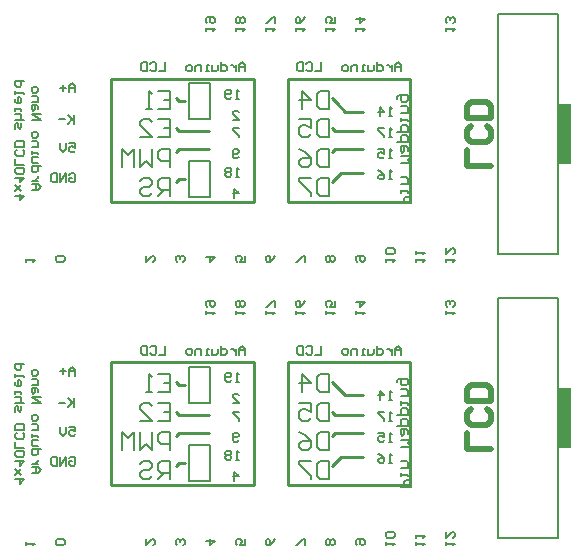
<source format=gbo>
%FSDAX24Y24*%
%MOMM*%
%SFA1B1*%

%IPPOS*%
%ADD15C,0.253999*%
%ADD22C,0.200000*%
%ADD24C,0.203000*%
%ADD35C,0.127000*%
%ADD36C,0.507999*%
%ADD37R,1.142998X5.079990*%
%LN_4x40lcd_arduino_nano_piggyboard_(rev1.4)_-_2xpanel-1*%
%LPD*%
G54D15*
X345440Y415290D02*
X466090D01*
X345440Y311150D02*
Y415290D01*
X466090Y311150D02*
Y415290D01*
X345440Y311150D02*
X466090D01*
X495300D02*
X598170D01*
Y415290*
X495300Y311150D02*
Y415290D01*
X598170*
X537210Y393700D02*
X543560Y387350D01*
X558800*
X532130Y398780D02*
X537210Y393700D01*
X539750Y335280D02*
X558800D01*
X532130Y327660D02*
X539750Y335280D01*
X534670Y355600D02*
X558800D01*
X532130Y353060D02*
X534670Y355600D01*
Y370840D02*
X558800D01*
X532130Y373380D02*
X534670Y370840D01*
X400050Y373380D02*
X402590Y370840D01*
X427990*
X400050Y353060D02*
X402590Y355600D01*
X427990*
X400050Y327660D02*
X402590Y330200D01*
X407670*
X402590Y396240D02*
X407670D01*
X400050Y398780D02*
X402590Y396240D01*
X345440Y655289D02*
X466090D01*
X345440Y551149D02*
Y655289D01*
X466090Y551149D02*
Y655289D01*
X345440Y551149D02*
X466090D01*
X495300D02*
X598170D01*
Y655289*
X495300Y551149D02*
Y655289D01*
X598170*
X537210Y633699D02*
X543560Y627349D01*
X558800*
X532130Y638779D02*
X537210Y633699D01*
X539750Y575279D02*
X558800D01*
X532130Y567659D02*
X539750Y575279D01*
X534670Y595599D02*
X558800D01*
X532130Y593059D02*
X534670Y595599D01*
Y610839D02*
X558800D01*
X532130Y613379D02*
X534670Y610839D01*
X400050Y613379D02*
X402590Y610839D01*
X427990*
X400050Y593059D02*
X402590Y595599D01*
X427990*
X400050Y567659D02*
X402590Y570199D01*
X407670*
X402590Y636239D02*
X407670D01*
X400050Y638779D02*
X402590Y636239D01*
G54D22*
X673100Y266700D02*
Y469900D01*
X723900Y266700D02*
Y469900D01*
X673100D02*
X723900D01*
X673100Y266700D02*
X723900D01*
X673100Y506699D02*
Y709899D01*
X723900Y506699D02*
Y709899D01*
X673100D02*
X723900D01*
X673100Y506699D02*
X723900D01*
G54D24*
X590550Y421640D02*
Y426720D01*
X588010Y429260*
X585470Y426720*
Y421640*
Y425450*
X590550*
X582930Y426720D02*
Y421640D01*
Y424180*
X581660Y425450*
X580390Y426720*
X579120*
X570239Y429260D02*
Y421640D01*
X574049*
X575310Y422910*
Y425450*
X574049Y426720*
X570239*
X567699D02*
Y422910D01*
X566429Y421640*
X562619*
Y426720*
X560079Y421640D02*
X557539D01*
X558809*
Y426720*
X560079*
X553729Y421640D02*
Y426720D01*
X549919*
X548649Y425450*
Y421640*
X544839D02*
X542309D01*
X541039Y422910*
Y425450*
X542309Y426720*
X544839*
X546109Y425450*
Y422910*
X544839Y421640*
X523259Y429260D02*
Y421640D01*
X518179*
X510569Y427990D02*
X511839Y429260D01*
X514369*
X515639Y427990*
Y422910*
X514369Y421640*
X511839*
X510569Y422910*
X508029Y429260D02*
Y421640D01*
X504219*
X502949Y422910*
Y427990*
X504219Y429260*
X508029*
X458470Y421640D02*
Y426720D01*
X455930Y429260*
X453390Y426720*
Y421640*
Y425450*
X458470*
X450850Y426720D02*
Y421640D01*
Y424180*
X449580Y425450*
X448310Y426720*
X447040*
X438159Y429260D02*
Y421640D01*
X441969*
X443230Y422910*
Y425450*
X441969Y426720*
X438159*
X435619D02*
Y422910D01*
X434349Y421640*
X430539*
Y426720*
X427999Y421640D02*
X425459D01*
X426729*
Y426720*
X427999*
X421649Y421640D02*
Y426720D01*
X417839*
X416569Y425450*
Y421640*
X412759D02*
X410229D01*
X408959Y422910*
Y425450*
X410229Y426720*
X412759*
X414029Y425450*
Y422910*
X412759Y421640*
X391179Y429260D02*
Y421640D01*
X386099*
X378489Y427990D02*
X379759Y429260D01*
X382289*
X383559Y427990*
Y422910*
X382289Y421640*
X379759*
X378489Y422910*
X375949Y429260D02*
Y421640D01*
X372139*
X370869Y422910*
Y427990*
X372139Y429260*
X375949*
X309880Y334010D02*
X311150Y335280D01*
X313690*
X314960Y334010*
Y328930*
X313690Y327660*
X311150*
X309880Y328930*
Y331470*
X312420*
X307340Y327660D02*
Y335280D01*
X302260Y327660*
Y335280*
X299720D02*
Y327660D01*
X295919*
X294649Y328930*
Y334010*
X295919Y335280*
X299720*
X309880Y360680D02*
X314960D01*
Y356870*
X312420Y358140*
X311150*
X309880Y356870*
Y354330*
X311150Y353060*
X313690*
X314960Y354330*
X307340Y360680D02*
Y355600D01*
X304800Y353060*
X302260Y355600*
Y360680*
X313690Y384810D02*
Y377190D01*
Y379730*
X308610Y384810*
X312420Y381000*
X308610Y377190*
X306070Y381000D02*
X300990D01*
X314960Y403860D02*
Y408940D01*
X312420Y411480*
X309880Y408940*
Y403860*
Y407670*
X314960*
X307340D02*
X302260D01*
X304800Y410210D02*
Y405130D01*
X273050Y260350D02*
Y262890D01*
Y261620*
X280670*
X279400Y260350*
X304800D02*
X306070Y261620D01*
Y264160*
X304800Y265430*
X299720*
X298450Y264160*
Y261620*
X299720Y260350*
X304800*
X374650Y265430D02*
Y260350D01*
X379730Y265430*
X381000*
X382270Y264160*
Y261620*
X381000Y260350*
X406400D02*
X407670Y261620D01*
Y264160*
X406400Y265430*
X405130*
X403860Y264160*
Y262890*
Y264160*
X402590Y265430*
X401320*
X400050Y264160*
Y261620*
X401320Y260350*
X425450Y264160D02*
X433070D01*
X429260Y260350*
Y265430*
X458470D02*
Y260350D01*
X454660*
X455930Y262890*
Y264160*
X454660Y265430*
X452120*
X450850Y264160*
Y261620*
X452120Y260350*
X483870Y265430D02*
X482600Y262890D01*
X480060Y260350*
X477520*
X476250Y261620*
Y264160*
X477520Y265430*
X478790*
X480060Y264160*
Y260350*
X509270D02*
Y265430D01*
X508000*
X502920Y260350*
X501650*
X533400D02*
X534670Y261620D01*
Y264160*
X533400Y265430*
X532130*
X530860Y264160*
X529590Y265430*
X528320*
X527050Y264160*
Y261620*
X528320Y260350*
X529590*
X530860Y261620*
X532130Y260350*
X533400*
X530860Y261620D02*
Y264160D01*
X553720Y260350D02*
X552450Y261620D01*
Y264160*
X553720Y265430*
X558800*
X560070Y264160*
Y261620*
X558800Y260350*
X557530*
X556260Y261620*
Y265430*
X577850Y260350D02*
Y262890D01*
Y261620*
X585470*
X584200Y260350*
Y266700D02*
X585470Y267970D01*
Y270510*
X584200Y271780*
X579120*
X577850Y270510*
Y267970*
X579120Y266700*
X584200*
X603250Y260350D02*
Y262890D01*
Y261620*
X610870*
X609600Y260350*
X603250Y266700D02*
Y269240D01*
Y267970*
X610870*
X609600Y266700*
X628650Y260350D02*
Y262890D01*
Y261620*
X636270*
X635000Y260350*
X628650Y271780D02*
Y266700D01*
X633730Y271780*
X635000*
X636270Y270510*
Y267970*
X635000Y266700*
X628650Y455930D02*
Y458470D01*
Y457200*
X636270*
X635000Y455930*
Y462280D02*
X636270Y463550D01*
Y466090*
X635000Y467360*
X633730*
X632460Y466090*
Y464820*
Y466090*
X631190Y467360*
X629920*
X628650Y466090*
Y463550*
X629920Y462280*
X552450Y455930D02*
Y458470D01*
Y457200*
X560070*
X558800Y455930*
X552450Y466090D02*
X560070D01*
X556260Y462280*
Y467360*
X527050Y455930D02*
Y458470D01*
Y457200*
X534670*
X533400Y455930*
X534670Y467360D02*
Y462280D01*
X530860*
X532130Y464820*
Y466090*
X530860Y467360*
X528320*
X527050Y466090*
Y463550*
X528320Y462280*
X501650Y455930D02*
Y458470D01*
Y457200*
X509270*
X508000Y455930*
X509270Y467360D02*
X508000Y464820D01*
X505460Y462280*
X502920*
X501650Y463550*
Y466090*
X502920Y467360*
X504190*
X505460Y466090*
Y462280*
X476250Y455930D02*
Y458470D01*
Y457200*
X483870*
X482600Y455930*
X483870Y462280D02*
Y467360D01*
X482600*
X477520Y462280*
X476250*
X450850Y455930D02*
Y458470D01*
Y457200*
X458470*
X457200Y455930*
Y462280D02*
X458470Y463550D01*
Y466090*
X457200Y467360*
X455930*
X454660Y466090*
X453390Y467360*
X452120*
X450850Y466090*
Y463550*
X452120Y462280*
X453390*
X454660Y463550*
X455930Y462280*
X457200*
X454660Y463550D02*
Y466090D01*
X425450Y455930D02*
Y458470D01*
Y457200*
X433070*
X431800Y455930*
X426720Y462280D02*
X425450Y463550D01*
Y466090*
X426720Y467360*
X431800*
X433070Y466090*
Y463550*
X431800Y462280*
X430530*
X429260Y463550*
Y467360*
X582930Y330200D02*
X580390D01*
X581660*
Y337820*
X582930Y336550*
X571500Y337820D02*
X574040Y336550D01*
X576580Y334010*
Y331470*
X575310Y330200*
X572770*
X571500Y331470*
Y332740*
X572770Y334010*
X576580*
X582930Y383540D02*
X580390D01*
X581660*
Y391160*
X582930Y389890*
X572770Y383540D02*
Y391160D01*
X576580Y387350*
X571500*
X529590Y405130D02*
Y389890D01*
X521970*
X519430Y392430*
Y402590*
X521970Y405130*
X529590*
X506739Y389890D02*
Y405130D01*
X514350Y397510*
X504199*
X582930Y365760D02*
X580390D01*
X581660*
Y373380*
X582930Y372110*
X576580Y373380D02*
X571500D01*
Y372110*
X576580Y367030*
Y365760*
X582930Y347980D02*
X580390D01*
X581660*
Y355600*
X582930Y354330*
X571500Y355600D02*
X576580D01*
Y351790*
X574040Y353060*
X572770*
X571500Y351790*
Y349250*
X572770Y347980*
X575310*
X576580Y349250*
X453390D02*
X452120Y347980D01*
X449580*
X448310Y349250*
Y354330*
X449580Y355600*
X452120*
X453390Y354330*
Y353060*
X452120Y351790*
X448310*
X453390Y373380D02*
X448310D01*
Y372110*
X453390Y367030*
Y365760*
Y332729D02*
X450850D01*
X452120*
Y340339*
X453390Y339079*
X447040D02*
X445770Y340339D01*
X443230*
X441960Y339079*
Y337809*
X443230Y336539*
X441960Y335269*
Y333999*
X443230Y332729*
X445770*
X447040Y333999*
Y335269*
X445770Y336539*
X447040Y337809*
Y339079*
X445770Y336539D02*
X443230D01*
X278130Y321310D02*
X283210D01*
X285750Y323850*
X283210Y326390*
X278130*
X281940*
Y321310*
X283210Y328930D02*
X278130D01*
X280670*
X281940Y330200*
X283210Y331470*
Y332740*
X285750Y341619D02*
X278130D01*
Y337809*
X279400Y336550*
X281940*
X283210Y337809*
Y341619*
Y344159D02*
X279400D01*
X278130Y345429*
Y349239*
X283210*
X278130Y351779D02*
Y354319D01*
Y353049*
X283210*
Y351779*
X278130Y358129D02*
X283210D01*
Y361939*
X281940Y363209*
X278130*
Y367019D02*
Y369549D01*
X279400Y370819*
X281940*
X283210Y369549*
Y367019*
X281940Y365749*
X279400*
X278130Y367019*
Y380979D02*
X285750D01*
X278130Y386059*
X285750*
X283210Y389869D02*
Y392409D01*
X281940Y393679*
X278130*
Y389869*
X279400Y388599*
X280670Y389869*
Y393679*
X278130Y396219D02*
X283210D01*
Y400019*
X281940Y401289*
X278130*
Y405099D02*
Y407639D01*
X279400Y408909*
X281940*
X283210Y407639*
Y405099*
X281940Y403829*
X279400*
X278130Y405099*
X590550Y309880D02*
X599440D01*
Y314319*
X597959Y315799*
X594989*
X593509Y314319*
Y309880*
X590550Y318770D02*
Y321729D01*
Y320249*
X596469*
Y318770*
X590550Y326169D02*
X596469D01*
Y330619*
X594989Y332099*
X590550*
Y343949D02*
X599440D01*
X596469Y346909*
X599440Y349869*
X590550*
X596469Y354319D02*
Y357279D01*
X594989Y358759*
X590550*
Y354319*
X592029Y352829*
X593509Y354319*
Y358759*
X587589Y361719D02*
X596469D01*
Y366169*
X594989Y367649*
X592029*
X590550Y366169*
Y361719*
X587589Y370609D02*
X596469D01*
Y375049*
X594989Y376529*
X592029*
X590550Y375049*
Y370609*
Y379499D02*
Y382459D01*
Y380979*
X596469*
Y379499*
X590550Y386899D02*
X596469D01*
Y391349*
X594989Y392829*
X590550*
X587589Y398749D02*
Y400229D01*
X589069Y401709*
X596469*
Y397269*
X594989Y395789*
X592029*
X590550Y397269*
Y401709*
X453390Y398769D02*
X450850D01*
X452120*
Y406379*
X453390Y405119*
X447040Y400039D02*
X445770Y398769D01*
X443230*
X441960Y400039*
Y405119*
X443230Y406379*
X445770*
X447040Y405119*
Y403849*
X445770Y402579*
X441960*
X264209Y316230D02*
X271829D01*
X268019Y312420*
Y317500*
X269289Y320040D02*
X264209Y325120D01*
X266749Y322580*
X269289Y325120*
X264209Y320040*
Y331459D02*
X271829D01*
X268019Y327660*
Y332729*
X270559Y335269D02*
X271829Y336539D01*
Y339079*
X270559Y340349*
X265479*
X264209Y339079*
Y336539*
X265479Y335269*
X270559*
X271829Y342889D02*
X264209D01*
Y347969*
X270559Y355589D02*
X271829Y354319D01*
Y351779*
X270559Y350509*
X265479*
X264209Y351779*
Y354319*
X265479Y355589*
X271829Y358129D02*
X264209D01*
Y361929*
X265479Y363199*
X270559*
X271829Y361929*
Y358129*
X264209Y373359D02*
Y377169D01*
X265479Y378439*
X266749Y377169*
Y374629*
X268019Y373359*
X269289Y374629*
Y378439*
X271829Y380979D02*
X264209D01*
X268019*
X269289Y382249*
Y384789*
X268019Y386059*
X264209*
Y388599D02*
Y391129D01*
Y389859*
X269289*
Y388599*
X264209Y398749D02*
Y396209D01*
X265479Y394939*
X268019*
X269289Y396209*
Y398749*
X268019Y400019*
X266749*
Y394939*
X264209Y402559D02*
Y405099D01*
Y403829*
X271829*
Y402559*
Y413989D02*
X264209D01*
Y410179*
X265479Y408909*
X268019*
X269289Y410179*
Y413989*
X529590Y381000D02*
Y365760D01*
X521970*
X519430Y368300*
Y378460*
X521970Y381000*
X529590*
X504199D02*
X514350D01*
Y373380*
X509279Y375920*
X506739*
X504199Y373380*
Y368300*
X506739Y365760*
X511819*
X514350Y368300*
X529590Y356019D02*
Y340779D01*
X521970*
X519430Y343319*
Y353479*
X521970Y356019*
X529590*
X504199D02*
X509279Y353479D01*
X514350Y348399*
Y343319*
X511819Y340779*
X506739*
X504199Y343319*
Y345859*
X506739Y348399*
X514350*
X529590Y331470D02*
Y316230D01*
X521970*
X519430Y318770*
Y328930*
X521970Y331470*
X529590*
X514350D02*
X504199D01*
Y328930*
X514350Y318770*
Y316230*
X394970D02*
Y331470D01*
X387350*
X384810Y328930*
Y323850*
X387350Y321310*
X394970*
X389890D02*
X384810Y316230D01*
X369579Y328930D02*
X372119Y331470D01*
X377199*
X379730Y328930*
Y326390*
X377199Y323850*
X372119*
X369579Y321310*
Y318770*
X372119Y316230*
X377199*
X379730Y318770*
X394970Y340779D02*
Y356019D01*
X387350*
X384810Y353479*
Y348399*
X387350Y345859*
X394970*
X379730Y356019D02*
Y340779D01*
X374659Y345859*
X369579Y340779*
Y356019*
X364499Y340779D02*
Y356019D01*
X359419Y350939*
X354339Y356019*
Y340779*
X384810Y381000D02*
X394970D01*
Y365760*
X384810*
X394970Y373380D02*
X389890D01*
X369579Y365760D02*
X379730D01*
X369579Y375920*
Y378460*
X372119Y381000*
X377199*
X379730Y378460*
X384810Y405130D02*
X394970D01*
Y389890*
X384810*
X394970Y397510D02*
X389890D01*
X379730Y389890D02*
X374659D01*
X377199*
Y405130*
X379730Y402590*
X448310Y380989D02*
X453390D01*
X448310Y386069*
Y387339*
X449580Y388599*
X452120*
X453390Y387339*
X449580Y314949D02*
Y322559D01*
X453390Y318759*
X448310*
X590550Y661639D02*
Y666719D01*
X588010Y669259*
X585470Y666719*
Y661639*
Y665449*
X590550*
X582930Y666719D02*
Y661639D01*
Y664179*
X581660Y665449*
X580390Y666719*
X579120*
X570239Y669259D02*
Y661639D01*
X574049*
X575310Y662909*
Y665449*
X574049Y666719*
X570239*
X567699D02*
Y662909D01*
X566429Y661639*
X562619*
Y666719*
X560079Y661639D02*
X557539D01*
X558809*
Y666719*
X560079*
X553729Y661639D02*
Y666719D01*
X549919*
X548649Y665449*
Y661639*
X544839D02*
X542309D01*
X541039Y662909*
Y665449*
X542309Y666719*
X544839*
X546109Y665449*
Y662909*
X544839Y661639*
X523259Y669259D02*
Y661639D01*
X518179*
X510569Y667989D02*
X511839Y669259D01*
X514369*
X515639Y667989*
Y662909*
X514369Y661639*
X511839*
X510569Y662909*
X508029Y669259D02*
Y661639D01*
X504219*
X502949Y662909*
Y667989*
X504219Y669259*
X508029*
X458470Y661639D02*
Y666719D01*
X455930Y669259*
X453390Y666719*
Y661639*
Y665449*
X458470*
X450850Y666719D02*
Y661639D01*
Y664179*
X449580Y665449*
X448310Y666719*
X447040*
X438159Y669259D02*
Y661639D01*
X441969*
X443230Y662909*
Y665449*
X441969Y666719*
X438159*
X435619D02*
Y662909D01*
X434349Y661639*
X430539*
Y666719*
X427999Y661639D02*
X425459D01*
X426729*
Y666719*
X427999*
X421649Y661639D02*
Y666719D01*
X417839*
X416569Y665449*
Y661639*
X412759D02*
X410229D01*
X408959Y662909*
Y665449*
X410229Y666719*
X412759*
X414029Y665449*
Y662909*
X412759Y661639*
X391179Y669259D02*
Y661639D01*
X386099*
X378489Y667989D02*
X379759Y669259D01*
X382289*
X383559Y667989*
Y662909*
X382289Y661639*
X379759*
X378489Y662909*
X375949Y669259D02*
Y661639D01*
X372139*
X370869Y662909*
Y667989*
X372139Y669259*
X375949*
X309880Y574009D02*
X311150Y575279D01*
X313690*
X314960Y574009*
Y568929*
X313690Y567659*
X311150*
X309880Y568929*
Y571469*
X312420*
X307340Y567659D02*
Y575279D01*
X302260Y567659*
Y575279*
X299720D02*
Y567659D01*
X295919*
X294649Y568929*
Y574009*
X295919Y575279*
X299720*
X309880Y600679D02*
X314960D01*
Y596869*
X312420Y598139*
X311150*
X309880Y596869*
Y594329*
X311150Y593059*
X313690*
X314960Y594329*
X307340Y600679D02*
Y595599D01*
X304800Y593059*
X302260Y595599*
Y600679*
X313690Y624809D02*
Y617189D01*
Y619729*
X308610Y624809*
X312420Y620999*
X308610Y617189*
X306070Y620999D02*
X300990D01*
X314960Y643859D02*
Y648939D01*
X312420Y651479*
X309880Y648939*
Y643859*
Y647669*
X314960*
X307340D02*
X302260D01*
X304800Y650209D02*
Y645129D01*
X273050Y500349D02*
Y502889D01*
Y501619*
X280670*
X279400Y500349*
X304800D02*
X306070Y501619D01*
Y504159*
X304800Y505429*
X299720*
X298450Y504159*
Y501619*
X299720Y500349*
X304800*
X374650Y505429D02*
Y500349D01*
X379730Y505429*
X381000*
X382270Y504159*
Y501619*
X381000Y500349*
X406400D02*
X407670Y501619D01*
Y504159*
X406400Y505429*
X405130*
X403860Y504159*
Y502889*
Y504159*
X402590Y505429*
X401320*
X400050Y504159*
Y501619*
X401320Y500349*
X425450Y504159D02*
X433070D01*
X429260Y500349*
Y505429*
X458470D02*
Y500349D01*
X454660*
X455930Y502889*
Y504159*
X454660Y505429*
X452120*
X450850Y504159*
Y501619*
X452120Y500349*
X483870Y505429D02*
X482600Y502889D01*
X480060Y500349*
X477520*
X476250Y501619*
Y504159*
X477520Y505429*
X478790*
X480060Y504159*
Y500349*
X509270D02*
Y505429D01*
X508000*
X502920Y500349*
X501650*
X533400D02*
X534670Y501619D01*
Y504159*
X533400Y505429*
X532130*
X530860Y504159*
X529590Y505429*
X528320*
X527050Y504159*
Y501619*
X528320Y500349*
X529590*
X530860Y501619*
X532130Y500349*
X533400*
X530860Y501619D02*
Y504159D01*
X553720Y500349D02*
X552450Y501619D01*
Y504159*
X553720Y505429*
X558800*
X560070Y504159*
Y501619*
X558800Y500349*
X557530*
X556260Y501619*
Y505429*
X577850Y500349D02*
Y502889D01*
Y501619*
X585470*
X584200Y500349*
Y506699D02*
X585470Y507969D01*
Y510509*
X584200Y511779*
X579120*
X577850Y510509*
Y507969*
X579120Y506699*
X584200*
X603250Y500349D02*
Y502889D01*
Y501619*
X610870*
X609600Y500349*
X603250Y506699D02*
Y509239D01*
Y507969*
X610870*
X609600Y506699*
X628650Y500349D02*
Y502889D01*
Y501619*
X636270*
X635000Y500349*
X628650Y511779D02*
Y506699D01*
X633730Y511779*
X635000*
X636270Y510509*
Y507969*
X635000Y506699*
X628650Y695929D02*
Y698469D01*
Y697199*
X636270*
X635000Y695929*
Y702279D02*
X636270Y703549D01*
Y706089*
X635000Y707359*
X633730*
X632460Y706089*
Y704819*
Y706089*
X631190Y707359*
X629920*
X628650Y706089*
Y703549*
X629920Y702279*
X552450Y695929D02*
Y698469D01*
Y697199*
X560070*
X558800Y695929*
X552450Y706089D02*
X560070D01*
X556260Y702279*
Y707359*
X527050Y695929D02*
Y698469D01*
Y697199*
X534670*
X533400Y695929*
X534670Y707359D02*
Y702279D01*
X530860*
X532130Y704819*
Y706089*
X530860Y707359*
X528320*
X527050Y706089*
Y703549*
X528320Y702279*
X501650Y695929D02*
Y698469D01*
Y697199*
X509270*
X508000Y695929*
X509270Y707359D02*
X508000Y704819D01*
X505460Y702279*
X502920*
X501650Y703549*
Y706089*
X502920Y707359*
X504190*
X505460Y706089*
Y702279*
X476250Y695929D02*
Y698469D01*
Y697199*
X483870*
X482600Y695929*
X483870Y702279D02*
Y707359D01*
X482600*
X477520Y702279*
X476250*
X450850Y695929D02*
Y698469D01*
Y697199*
X458470*
X457200Y695929*
Y702279D02*
X458470Y703549D01*
Y706089*
X457200Y707359*
X455930*
X454660Y706089*
X453390Y707359*
X452120*
X450850Y706089*
Y703549*
X452120Y702279*
X453390*
X454660Y703549*
X455930Y702279*
X457200*
X454660Y703549D02*
Y706089D01*
X425450Y695929D02*
Y698469D01*
Y697199*
X433070*
X431800Y695929*
X426720Y702279D02*
X425450Y703549D01*
Y706089*
X426720Y707359*
X431800*
X433070Y706089*
Y703549*
X431800Y702279*
X430530*
X429260Y703549*
Y707359*
X582930Y570199D02*
X580390D01*
X581660*
Y577819*
X582930Y576549*
X571500Y577819D02*
X574040Y576549D01*
X576580Y574009*
Y571469*
X575310Y570199*
X572770*
X571500Y571469*
Y572739*
X572770Y574009*
X576580*
X582930Y623539D02*
X580390D01*
X581660*
Y631159*
X582930Y629889*
X572770Y623539D02*
Y631159D01*
X576580Y627349*
X571500*
X529590Y645129D02*
Y629889D01*
X521970*
X519430Y632429*
Y642589*
X521970Y645129*
X529590*
X506739Y629889D02*
Y645129D01*
X514350Y637509*
X504199*
X582930Y605759D02*
X580390D01*
X581660*
Y613379*
X582930Y612109*
X576580Y613379D02*
X571500D01*
Y612109*
X576580Y607029*
Y605759*
X582930Y587979D02*
X580390D01*
X581660*
Y595599*
X582930Y594329*
X571500Y595599D02*
X576580D01*
Y591789*
X574040Y593059*
X572770*
X571500Y591789*
Y589249*
X572770Y587979*
X575310*
X576580Y589249*
X453390D02*
X452120Y587979D01*
X449580*
X448310Y589249*
Y594329*
X449580Y595599*
X452120*
X453390Y594329*
Y593059*
X452120Y591789*
X448310*
X453390Y613379D02*
X448310D01*
Y612109*
X453390Y607029*
Y605759*
Y572729D02*
X450850D01*
X452120*
Y580339*
X453390Y579079*
X447040D02*
X445770Y580339D01*
X443230*
X441960Y579079*
Y577809*
X443230Y576539*
X441960Y575269*
Y573999*
X443230Y572729*
X445770*
X447040Y573999*
Y575269*
X445770Y576539*
X447040Y577809*
Y579079*
X445770Y576539D02*
X443230D01*
X278130Y561309D02*
X283210D01*
X285750Y563849*
X283210Y566389*
X278130*
X281940*
Y561309*
X283210Y568929D02*
X278130D01*
X280670*
X281940Y570199*
X283210Y571469*
Y572739*
X285750Y581619D02*
X278130D01*
Y577809*
X279400Y576549*
X281940*
X283210Y577809*
Y581619*
Y584159D02*
X279400D01*
X278130Y585429*
Y589239*
X283210*
X278130Y591779D02*
Y594319D01*
Y593049*
X283210*
Y591779*
X278130Y598129D02*
X283210D01*
Y601939*
X281940Y603209*
X278130*
Y607019D02*
Y609549D01*
X279400Y610819*
X281940*
X283210Y609549*
Y607019*
X281940Y605749*
X279400*
X278130Y607019*
Y620979D02*
X285750D01*
X278130Y626059*
X285750*
X283210Y629869D02*
Y632409D01*
X281940Y633679*
X278130*
Y629869*
X279400Y628599*
X280670Y629869*
Y633679*
X278130Y636219D02*
X283210D01*
Y640019*
X281940Y641289*
X278130*
Y645099D02*
Y647639D01*
X279400Y648909*
X281940*
X283210Y647639*
Y645099*
X281940Y643829*
X279400*
X278130Y645099*
X590550Y549879D02*
X599440D01*
Y554319*
X597959Y555799*
X594989*
X593509Y554319*
Y549879*
X590550Y558769D02*
Y561729D01*
Y560249*
X596469*
Y558769*
X590550Y566169D02*
X596469D01*
Y570619*
X594989Y572099*
X590550*
Y583949D02*
X599440D01*
X596469Y586909*
X599440Y589869*
X590550*
X596469Y594319D02*
Y597279D01*
X594989Y598759*
X590550*
Y594319*
X592029Y592829*
X593509Y594319*
Y598759*
X587589Y601719D02*
X596469D01*
Y606169*
X594989Y607649*
X592029*
X590550Y606169*
Y601719*
X587589Y610609D02*
X596469D01*
Y615049*
X594989Y616529*
X592029*
X590550Y615049*
Y610609*
Y619499D02*
Y622459D01*
Y620979*
X596469*
Y619499*
X590550Y626899D02*
X596469D01*
Y631349*
X594989Y632829*
X590550*
X587589Y638749D02*
Y640229D01*
X589069Y641709*
X596469*
Y637269*
X594989Y635789*
X592029*
X590550Y637269*
Y641709*
X453390Y638769D02*
X450850D01*
X452120*
Y646379*
X453390Y645119*
X447040Y640039D02*
X445770Y638769D01*
X443230*
X441960Y640039*
Y645119*
X443230Y646379*
X445770*
X447040Y645119*
Y643849*
X445770Y642579*
X441960*
X264209Y556229D02*
X271829D01*
X268019Y552419*
Y557499*
X269289Y560039D02*
X264209Y565119D01*
X266749Y562579*
X269289Y565119*
X264209Y560039*
Y571459D02*
X271829D01*
X268019Y567659*
Y572729*
X270559Y575269D02*
X271829Y576539D01*
Y579079*
X270559Y580349*
X265479*
X264209Y579079*
Y576539*
X265479Y575269*
X270559*
X271829Y582889D02*
X264209D01*
Y587969*
X270559Y595589D02*
X271829Y594319D01*
Y591779*
X270559Y590509*
X265479*
X264209Y591779*
Y594319*
X265479Y595589*
X271829Y598129D02*
X264209D01*
Y601929*
X265479Y603199*
X270559*
X271829Y601929*
Y598129*
X264209Y613359D02*
Y617169D01*
X265479Y618439*
X266749Y617169*
Y614629*
X268019Y613359*
X269289Y614629*
Y618439*
X271829Y620979D02*
X264209D01*
X268019*
X269289Y622249*
Y624789*
X268019Y626059*
X264209*
Y628599D02*
Y631129D01*
Y629859*
X269289*
Y628599*
X264209Y638749D02*
Y636209D01*
X265479Y634939*
X268019*
X269289Y636209*
Y638749*
X268019Y640019*
X266749*
Y634939*
X264209Y642559D02*
Y645099D01*
Y643829*
X271829*
Y642559*
Y653989D02*
X264209D01*
Y650179*
X265479Y648909*
X268019*
X269289Y650179*
Y653989*
X529590Y620999D02*
Y605759D01*
X521970*
X519430Y608299*
Y618459*
X521970Y620999*
X529590*
X504199D02*
X514350D01*
Y613379*
X509279Y615919*
X506739*
X504199Y613379*
Y608299*
X506739Y605759*
X511819*
X514350Y608299*
X529590Y596019D02*
Y580779D01*
X521970*
X519430Y583319*
Y593479*
X521970Y596019*
X529590*
X504199D02*
X509279Y593479D01*
X514350Y588399*
Y583319*
X511819Y580779*
X506739*
X504199Y583319*
Y585859*
X506739Y588399*
X514350*
X529590Y571469D02*
Y556229D01*
X521970*
X519430Y558769*
Y568929*
X521970Y571469*
X529590*
X514350D02*
X504199D01*
Y568929*
X514350Y558769*
Y556229*
X394970D02*
Y571469D01*
X387350*
X384810Y568929*
Y563849*
X387350Y561309*
X394970*
X389890D02*
X384810Y556229D01*
X369579Y568929D02*
X372119Y571469D01*
X377199*
X379730Y568929*
Y566389*
X377199Y563849*
X372119*
X369579Y561309*
Y558769*
X372119Y556229*
X377199*
X379730Y558769*
X394970Y580779D02*
Y596019D01*
X387350*
X384810Y593479*
Y588399*
X387350Y585859*
X394970*
X379730Y596019D02*
Y580779D01*
X374659Y585859*
X369579Y580779*
Y596019*
X364499Y580779D02*
Y596019D01*
X359419Y590939*
X354339Y596019*
Y580779*
X384810Y620999D02*
X394970D01*
Y605759*
X384810*
X394970Y613379D02*
X389890D01*
X369579Y605759D02*
X379730D01*
X369579Y615919*
Y618459*
X372119Y620999*
X377199*
X379730Y618459*
X384810Y645129D02*
X394970D01*
Y629889*
X384810*
X394970Y637509D02*
X389890D01*
X379730Y629889D02*
X374659D01*
X377199*
Y645129*
X379730Y642589*
X448310Y620989D02*
X453390D01*
X448310Y626069*
Y627339*
X449580Y628599*
X452120*
X453390Y627339*
X449580Y554949D02*
Y562559D01*
X453390Y558759*
X448310*
G54D35*
X411480Y381000D02*
Y411480D01*
Y381000D02*
X429260D01*
Y411480*
X411480D02*
X429260D01*
Y314960D02*
Y345440D01*
X411480D02*
X429260D01*
X411480Y314960D02*
Y345440D01*
Y314960D02*
X429260D01*
X411480Y620999D02*
Y651479D01*
Y620999D02*
X429260D01*
Y651479*
X411480D02*
X429260D01*
Y554959D02*
Y585439D01*
X411480D02*
X429260D01*
X411480Y554959D02*
Y585439D01*
Y554959D02*
X429260D01*
G54D36*
X666739Y341630D02*
X646430D01*
Y355169*
X663359Y375489D02*
X666739Y372099D01*
Y365329*
X663359Y361939*
X649819*
X646430Y365329*
Y372099*
X649819Y375489*
X666739Y382259D02*
X646430D01*
Y392409*
X649819Y395799*
X663359*
X666739Y392409*
Y382259*
Y581629D02*
X646430D01*
Y595169*
X663359Y615489D02*
X666739Y612099D01*
Y605329*
X663359Y601939*
X649819*
X646430Y605329*
Y612099*
X649819Y615489*
X666739Y622259D02*
X646430D01*
Y632409*
X649819Y635799*
X663359*
X666739Y632409*
Y622259*
G54D37*
X729619Y368300D03*
Y608299D03*
M02*
</source>
